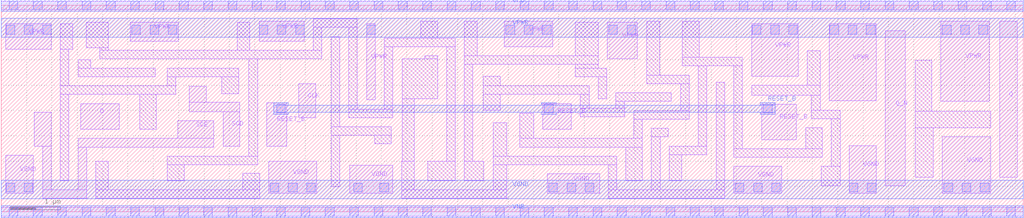
<source format=lef>
# Copyright 2020 The SkyWater PDK Authors
#
# Licensed under the Apache License, Version 2.0 (the "License");
# you may not use this file except in compliance with the License.
# You may obtain a copy of the License at
#
#     https://www.apache.org/licenses/LICENSE-2.0
#
# Unless required by applicable law or agreed to in writing, software
# distributed under the License is distributed on an "AS IS" BASIS,
# WITHOUT WARRANTIES OR CONDITIONS OF ANY KIND, either express or implied.
# See the License for the specific language governing permissions and
# limitations under the License.
#
# SPDX-License-Identifier: Apache-2.0

VERSION 5.5 ;
NAMESCASESENSITIVE ON ;
BUSBITCHARS "[]" ;
DIVIDERCHAR "/" ;
MACRO sky130_fd_sc_hvl__sdfrbp_1
  CLASS CORE ;
  SOURCE USER ;
  ORIGIN  0.000000  0.000000 ;
  SIZE  20.16000 BY  4.070000 ;
  SYMMETRY X Y R90 ;
  SITE unithv ;
  PIN D
    ANTENNAGATEAREA  0.420000 ;
    DIRECTION INPUT ;
    USE SIGNAL ;
    PORT
      LAYER li1 ;
        RECT 1.565000 1.625000 2.330000 2.135000 ;
    END
  END D
  PIN Q
    ANTENNADIFFAREA  0.626250 ;
    DIRECTION OUTPUT ;
    USE SIGNAL ;
    PORT
      LAYER li1 ;
        RECT 19.700000 0.685000 20.040000 3.755000 ;
    END
  END Q
  PIN Q_N
    ANTENNADIFFAREA  0.596250 ;
    DIRECTION OUTPUT ;
    USE SIGNAL ;
    PORT
      LAYER li1 ;
        RECT 17.435000 0.515000 17.835000 3.570000 ;
    END
  END Q_N
  PIN RESET_B
    ANTENNAPARTIALMETALSIDEAREA  7.210000 ;
    DIRECTION INPUT ;
    USE SIGNAL ;
    PORT
      LAYER li1 ;
        RECT 10.685000 1.625000 11.245000 2.135000 ;
    END
    PORT
      LAYER li1 ;
        RECT 15.005000 1.425000 15.685000 2.120000 ;
    END
    PORT
      LAYER li1 ;
        RECT 5.235000 1.295000 5.635000 2.150000 ;
    END
    PORT
      LAYER met1 ;
        RECT  5.375000 1.920000  5.665000 1.965000 ;
        RECT  5.375000 1.965000 15.265000 2.105000 ;
        RECT  5.375000 2.105000  5.665000 2.150000 ;
        RECT 10.655000 1.920000 10.945000 1.965000 ;
        RECT 10.655000 2.105000 10.945000 2.150000 ;
        RECT 14.975000 1.920000 15.265000 1.965000 ;
        RECT 14.975000 2.105000 15.265000 2.150000 ;
    END
  END RESET_B
  PIN SCD
    ANTENNAGATEAREA  0.420000 ;
    DIRECTION INPUT ;
    USE SIGNAL ;
    PORT
      LAYER li1 ;
        RECT 3.710000 1.975000 4.705000 2.155000 ;
        RECT 3.710000 2.155000 4.040000 2.480000 ;
        RECT 4.375000 1.295000 4.705000 1.975000 ;
    END
  END SCD
  PIN SCE
    ANTENNAGATEAREA  0.840000 ;
    DIRECTION INPUT ;
    USE SIGNAL ;
    PORT
      LAYER li1 ;
        RECT 0.655000 1.295000 0.985000 1.965000 ;
        RECT 0.815000 0.265000 1.685000 0.435000 ;
        RECT 0.815000 0.435000 0.985000 1.295000 ;
        RECT 1.515000 0.435000 1.685000 1.275000 ;
        RECT 1.515000 1.275000 4.195000 1.445000 ;
        RECT 3.485000 1.445000 4.195000 1.795000 ;
    END
  END SCE
  PIN CLK
    ANTENNAGATEAREA  0.585000 ;
    DIRECTION INPUT ;
    USE CLOCK ;
    PORT
      LAYER li1 ;
        RECT 5.870000 1.850000 6.200000 2.520000 ;
    END
  END CLK
  PIN VGND
    DIRECTION INOUT ;
    USE GROUND ;
    PORT
      LAYER li1 ;
        RECT 0.090000 0.365000 0.635000 1.115000 ;
    END
    PORT
      LAYER li1 ;
        RECT 10.770000 0.365000 11.805000 0.745000 ;
    END
    PORT
      LAYER li1 ;
        RECT 14.450000 0.365000 15.400000 0.895000 ;
    END
    PORT
      LAYER li1 ;
        RECT 16.725000 0.365000 17.255000 1.305000 ;
    END
    PORT
      LAYER li1 ;
        RECT 18.565000 0.365000 19.515000 1.475000 ;
    END
    PORT
      LAYER li1 ;
        RECT 5.275000 0.365000 6.225000 0.995000 ;
    END
    PORT
      LAYER li1 ;
        RECT 6.870000 0.365000 7.720000 0.915000 ;
    END
    PORT
      LAYER met1 ;
        RECT 0.000000 0.255000 20.160000 0.625000 ;
    END
  END VGND
  PIN VNB
    DIRECTION INOUT ;
    USE GROUND ;
    PORT
      LAYER li1 ;
        RECT 0.000000 -0.085000 20.160000 0.085000 ;
    END
    PORT
      LAYER met1 ;
        RECT 0.000000 -0.115000 20.160000 0.115000 ;
    END
  END VNB
  PIN VPB
    DIRECTION INOUT ;
    USE POWER ;
    PORT
      LAYER li1 ;
        RECT 0.000000 3.985000 20.160000 4.155000 ;
    END
    PORT
      LAYER met1 ;
        RECT 0.000000 3.955000 20.160000 4.185000 ;
    END
  END VPB
  PIN VPWR
    DIRECTION INOUT ;
    USE POWER ;
    PORT
      LAYER li1 ;
        RECT 0.090000 3.205000 0.985000 3.705000 ;
    END
    PORT
      LAYER li1 ;
        RECT 11.955000 3.015000 12.545000 3.735000 ;
    END
    PORT
      LAYER li1 ;
        RECT 14.800000 2.675000 15.720000 3.705000 ;
    END
    PORT
      LAYER li1 ;
        RECT 16.330000 2.185000 17.255000 3.705000 ;
    END
    PORT
      LAYER li1 ;
        RECT 18.535000 2.175000 19.485000 3.755000 ;
    END
    PORT
      LAYER li1 ;
        RECT 2.545000 3.365000 3.495000 3.735000 ;
    END
    PORT
      LAYER li1 ;
        RECT 5.085000 3.365000 5.975000 3.755000 ;
    END
    PORT
      LAYER li1 ;
        RECT 7.205000 2.205000 7.375000 3.705000 ;
    END
    PORT
      LAYER li1 ;
        RECT 9.925000 3.255000 10.875000 3.755000 ;
    END
    PORT
      LAYER met1 ;
        RECT 0.000000 3.445000 20.160000 3.815000 ;
    END
  END VPWR
  OBS
    LAYER li1 ;
      RECT  1.165000 0.615000  1.335000 2.315000 ;
      RECT  1.165000 2.315000  3.440000 2.485000 ;
      RECT  1.165000 2.485000  1.335000 3.205000 ;
      RECT  1.165000 3.205000  1.415000 3.705000 ;
      RECT  1.515000 2.665000  3.040000 2.835000 ;
      RECT  1.515000 2.835000  1.765000 2.995000 ;
      RECT  1.675000 3.235000  2.115000 3.735000 ;
      RECT  1.865000 0.265000  5.095000 0.435000 ;
      RECT  1.865000 0.435000  2.115000 0.995000 ;
      RECT  1.945000 3.015000  6.325000 3.185000 ;
      RECT  1.945000 3.185000  2.115000 3.235000 ;
      RECT  2.730000 1.625000  3.060000 2.315000 ;
      RECT  3.270000 2.485000  3.440000 2.665000 ;
      RECT  3.270000 2.665000  4.680000 2.835000 ;
      RECT  3.275000 0.615000  3.605000 0.925000 ;
      RECT  3.275000 0.925000  5.055000 1.095000 ;
      RECT  4.350000 2.325000  4.680000 2.665000 ;
      RECT  4.655000 3.185000  4.905000 3.735000 ;
      RECT  4.765000 0.435000  5.095000 0.755000 ;
      RECT  4.885000 1.095000  5.055000 3.015000 ;
      RECT  6.155000 3.185000  6.325000 3.635000 ;
      RECT  6.155000 3.635000  7.025000 3.805000 ;
      RECT  6.505000 0.495000  6.675000 1.505000 ;
      RECT  6.505000 1.505000  7.695000 1.675000 ;
      RECT  6.505000 1.675000  6.675000 3.455000 ;
      RECT  6.855000 1.855000  7.725000 2.025000 ;
      RECT  6.855000 2.025000  7.025000 3.635000 ;
      RECT  7.365000 1.345000  7.695000 1.505000 ;
      RECT  7.555000 2.025000  7.725000 3.255000 ;
      RECT  7.555000 3.255000  8.955000 3.425000 ;
      RECT  7.900000 0.265000  9.975000 0.435000 ;
      RECT  7.900000 0.435000  8.150000 0.995000 ;
      RECT  7.905000 0.995000  8.150000 2.225000 ;
      RECT  7.905000 2.225000  8.605000 3.015000 ;
      RECT  8.275000 3.425000  8.605000 3.755000 ;
      RECT  8.355000 3.015000  8.605000 3.075000 ;
      RECT  8.410000 0.615000  8.955000 0.995000 ;
      RECT  8.785000 0.995000  8.955000 3.255000 ;
      RECT  9.135000 0.615000  9.520000 0.995000 ;
      RECT  9.135000 0.995000  9.305000 2.905000 ;
      RECT  9.135000 2.905000 11.775000 3.075000 ;
      RECT  9.135000 3.075000  9.385000 3.755000 ;
      RECT  9.510000 2.005000  9.840000 2.315000 ;
      RECT  9.510000 2.315000 11.595000 2.485000 ;
      RECT  9.510000 2.485000  9.840000 2.675000 ;
      RECT  9.700000 0.435000  9.975000 0.925000 ;
      RECT  9.700000 0.925000 12.145000 1.095000 ;
      RECT  9.700000 1.095000  9.975000 1.755000 ;
      RECT 10.225000 1.275000 12.645000 1.445000 ;
      RECT 10.225000 1.445000 10.505000 1.945000 ;
      RECT 11.325000 2.665000 11.945000 2.835000 ;
      RECT 11.325000 2.835000 11.775000 2.905000 ;
      RECT 11.325000 3.075000 11.775000 3.735000 ;
      RECT 11.425000 1.875000 12.295000 2.045000 ;
      RECT 11.425000 2.045000 11.595000 2.315000 ;
      RECT 11.775000 2.225000 11.945000 2.665000 ;
      RECT 11.975000 0.265000 14.270000 0.435000 ;
      RECT 11.975000 0.435000 12.145000 0.925000 ;
      RECT 12.125000 2.045000 12.295000 2.175000 ;
      RECT 12.125000 2.175000 13.220000 2.345000 ;
      RECT 12.315000 0.615000 12.645000 1.275000 ;
      RECT 12.475000 1.445000 12.645000 1.825000 ;
      RECT 12.475000 1.825000 13.570000 1.995000 ;
      RECT 12.735000 2.525000 13.570000 2.695000 ;
      RECT 12.735000 2.695000 12.985000 3.755000 ;
      RECT 12.825000 0.435000 12.995000 1.475000 ;
      RECT 12.825000 1.475000 13.155000 1.645000 ;
      RECT 13.175000 0.615000 13.425000 1.125000 ;
      RECT 13.175000 1.125000 13.920000 1.295000 ;
      RECT 13.400000 1.995000 13.570000 2.525000 ;
      RECT 13.435000 2.875000 14.620000 3.045000 ;
      RECT 13.435000 3.045000 13.765000 3.755000 ;
      RECT 13.750000 1.295000 13.920000 2.875000 ;
      RECT 14.100000 0.435000 14.270000 2.555000 ;
      RECT 14.450000 1.075000 16.195000 1.245000 ;
      RECT 14.450000 1.245000 14.620000 2.875000 ;
      RECT 14.800000 2.300000 16.150000 2.495000 ;
      RECT 15.865000 1.245000 16.195000 1.655000 ;
      RECT 15.900000 2.495000 16.150000 3.175000 ;
      RECT 15.980000 1.835000 16.545000 2.005000 ;
      RECT 15.980000 2.005000 16.150000 2.300000 ;
      RECT 16.175000 0.515000 16.545000 0.895000 ;
      RECT 16.375000 0.895000 16.545000 1.835000 ;
      RECT 18.025000 0.685000 18.385000 1.655000 ;
      RECT 18.025000 1.655000 19.520000 1.985000 ;
      RECT 18.025000 1.985000 18.355000 2.985000 ;
    LAYER mcon ;
      RECT  0.095000  0.395000  0.265000 0.565000 ;
      RECT  0.095000  3.505000  0.265000 3.675000 ;
      RECT  0.155000 -0.085000  0.325000 0.085000 ;
      RECT  0.155000  3.985000  0.325000 4.155000 ;
      RECT  0.455000  0.395000  0.625000 0.565000 ;
      RECT  0.455000  3.505000  0.625000 3.675000 ;
      RECT  0.635000 -0.085000  0.805000 0.085000 ;
      RECT  0.635000  3.985000  0.805000 4.155000 ;
      RECT  0.815000  3.505000  0.985000 3.675000 ;
      RECT  1.115000 -0.085000  1.285000 0.085000 ;
      RECT  1.115000  3.985000  1.285000 4.155000 ;
      RECT  1.595000 -0.085000  1.765000 0.085000 ;
      RECT  1.595000  3.985000  1.765000 4.155000 ;
      RECT  2.075000 -0.085000  2.245000 0.085000 ;
      RECT  2.075000  3.985000  2.245000 4.155000 ;
      RECT  2.555000 -0.085000  2.725000 0.085000 ;
      RECT  2.555000  3.985000  2.725000 4.155000 ;
      RECT  2.575000  3.505000  2.745000 3.675000 ;
      RECT  2.935000  3.505000  3.105000 3.675000 ;
      RECT  3.035000 -0.085000  3.205000 0.085000 ;
      RECT  3.035000  3.985000  3.205000 4.155000 ;
      RECT  3.295000  3.505000  3.465000 3.675000 ;
      RECT  3.515000 -0.085000  3.685000 0.085000 ;
      RECT  3.515000  3.985000  3.685000 4.155000 ;
      RECT  3.995000 -0.085000  4.165000 0.085000 ;
      RECT  3.995000  3.985000  4.165000 4.155000 ;
      RECT  4.475000 -0.085000  4.645000 0.085000 ;
      RECT  4.475000  3.985000  4.645000 4.155000 ;
      RECT  4.955000 -0.085000  5.125000 0.085000 ;
      RECT  4.955000  3.985000  5.125000 4.155000 ;
      RECT  5.085000  3.505000  5.255000 3.675000 ;
      RECT  5.305000  0.395000  5.475000 0.565000 ;
      RECT  5.435000 -0.085000  5.605000 0.085000 ;
      RECT  5.435000  1.950000  5.605000 2.120000 ;
      RECT  5.435000  3.985000  5.605000 4.155000 ;
      RECT  5.445000  3.505000  5.615000 3.675000 ;
      RECT  5.665000  0.395000  5.835000 0.565000 ;
      RECT  5.805000  3.505000  5.975000 3.675000 ;
      RECT  5.915000 -0.085000  6.085000 0.085000 ;
      RECT  5.915000  3.985000  6.085000 4.155000 ;
      RECT  6.025000  0.395000  6.195000 0.565000 ;
      RECT  6.395000 -0.085000  6.565000 0.085000 ;
      RECT  6.395000  3.985000  6.565000 4.155000 ;
      RECT  6.875000 -0.085000  7.045000 0.085000 ;
      RECT  6.875000  3.985000  7.045000 4.155000 ;
      RECT  6.950000  0.395000  7.120000 0.565000 ;
      RECT  7.205000  3.505000  7.375000 3.675000 ;
      RECT  7.355000 -0.085000  7.525000 0.085000 ;
      RECT  7.355000  3.985000  7.525000 4.155000 ;
      RECT  7.470000  0.395000  7.640000 0.565000 ;
      RECT  7.835000 -0.085000  8.005000 0.085000 ;
      RECT  7.835000  3.985000  8.005000 4.155000 ;
      RECT  8.315000 -0.085000  8.485000 0.085000 ;
      RECT  8.315000  3.985000  8.485000 4.155000 ;
      RECT  8.795000 -0.085000  8.965000 0.085000 ;
      RECT  8.795000  3.985000  8.965000 4.155000 ;
      RECT  9.275000 -0.085000  9.445000 0.085000 ;
      RECT  9.275000  3.985000  9.445000 4.155000 ;
      RECT  9.755000 -0.085000  9.925000 0.085000 ;
      RECT  9.755000  3.985000  9.925000 4.155000 ;
      RECT  9.955000  3.505000 10.125000 3.675000 ;
      RECT 10.235000 -0.085000 10.405000 0.085000 ;
      RECT 10.235000  3.985000 10.405000 4.155000 ;
      RECT 10.315000  3.505000 10.485000 3.675000 ;
      RECT 10.675000  3.505000 10.845000 3.675000 ;
      RECT 10.715000 -0.085000 10.885000 0.085000 ;
      RECT 10.715000  1.950000 10.885000 2.120000 ;
      RECT 10.715000  3.985000 10.885000 4.155000 ;
      RECT 10.800000  0.395000 10.970000 0.565000 ;
      RECT 11.160000  0.395000 11.330000 0.565000 ;
      RECT 11.195000 -0.085000 11.365000 0.085000 ;
      RECT 11.195000  3.985000 11.365000 4.155000 ;
      RECT 11.520000  0.395000 11.690000 0.565000 ;
      RECT 11.675000 -0.085000 11.845000 0.085000 ;
      RECT 11.675000  3.985000 11.845000 4.155000 ;
      RECT 11.985000  3.505000 12.155000 3.675000 ;
      RECT 12.155000 -0.085000 12.325000 0.085000 ;
      RECT 12.155000  3.985000 12.325000 4.155000 ;
      RECT 12.345000  3.505000 12.515000 3.675000 ;
      RECT 12.635000 -0.085000 12.805000 0.085000 ;
      RECT 12.635000  3.985000 12.805000 4.155000 ;
      RECT 13.115000 -0.085000 13.285000 0.085000 ;
      RECT 13.115000  3.985000 13.285000 4.155000 ;
      RECT 13.595000 -0.085000 13.765000 0.085000 ;
      RECT 13.595000  3.985000 13.765000 4.155000 ;
      RECT 14.075000 -0.085000 14.245000 0.085000 ;
      RECT 14.075000  3.985000 14.245000 4.155000 ;
      RECT 14.480000  0.395000 14.650000 0.565000 ;
      RECT 14.555000 -0.085000 14.725000 0.085000 ;
      RECT 14.555000  3.985000 14.725000 4.155000 ;
      RECT 14.815000  3.505000 14.985000 3.675000 ;
      RECT 14.840000  0.395000 15.010000 0.565000 ;
      RECT 15.035000 -0.085000 15.205000 0.085000 ;
      RECT 15.035000  1.950000 15.205000 2.120000 ;
      RECT 15.035000  3.985000 15.205000 4.155000 ;
      RECT 15.175000  3.505000 15.345000 3.675000 ;
      RECT 15.200000  0.395000 15.370000 0.565000 ;
      RECT 15.515000 -0.085000 15.685000 0.085000 ;
      RECT 15.515000  3.985000 15.685000 4.155000 ;
      RECT 15.535000  3.505000 15.705000 3.675000 ;
      RECT 15.995000 -0.085000 16.165000 0.085000 ;
      RECT 15.995000  3.985000 16.165000 4.155000 ;
      RECT 16.345000  3.505000 16.515000 3.675000 ;
      RECT 16.475000 -0.085000 16.645000 0.085000 ;
      RECT 16.475000  3.985000 16.645000 4.155000 ;
      RECT 16.705000  3.505000 16.875000 3.675000 ;
      RECT 16.725000  0.395000 16.895000 0.565000 ;
      RECT 16.955000 -0.085000 17.125000 0.085000 ;
      RECT 16.955000  3.985000 17.125000 4.155000 ;
      RECT 17.065000  3.505000 17.235000 3.675000 ;
      RECT 17.085000  0.395000 17.255000 0.565000 ;
      RECT 17.435000 -0.085000 17.605000 0.085000 ;
      RECT 17.435000  3.985000 17.605000 4.155000 ;
      RECT 17.915000 -0.085000 18.085000 0.085000 ;
      RECT 17.915000  3.985000 18.085000 4.155000 ;
      RECT 18.395000 -0.085000 18.565000 0.085000 ;
      RECT 18.395000  3.985000 18.565000 4.155000 ;
      RECT 18.565000  3.505000 18.735000 3.675000 ;
      RECT 18.595000  0.395000 18.765000 0.565000 ;
      RECT 18.875000 -0.085000 19.045000 0.085000 ;
      RECT 18.875000  3.985000 19.045000 4.155000 ;
      RECT 18.925000  3.505000 19.095000 3.675000 ;
      RECT 18.955000  0.395000 19.125000 0.565000 ;
      RECT 19.285000  3.505000 19.455000 3.675000 ;
      RECT 19.315000  0.395000 19.485000 0.565000 ;
      RECT 19.355000 -0.085000 19.525000 0.085000 ;
      RECT 19.355000  3.985000 19.525000 4.155000 ;
      RECT 19.835000 -0.085000 20.005000 0.085000 ;
      RECT 19.835000  3.985000 20.005000 4.155000 ;
  END
END sky130_fd_sc_hvl__sdfrbp_1
END LIBRARY

</source>
